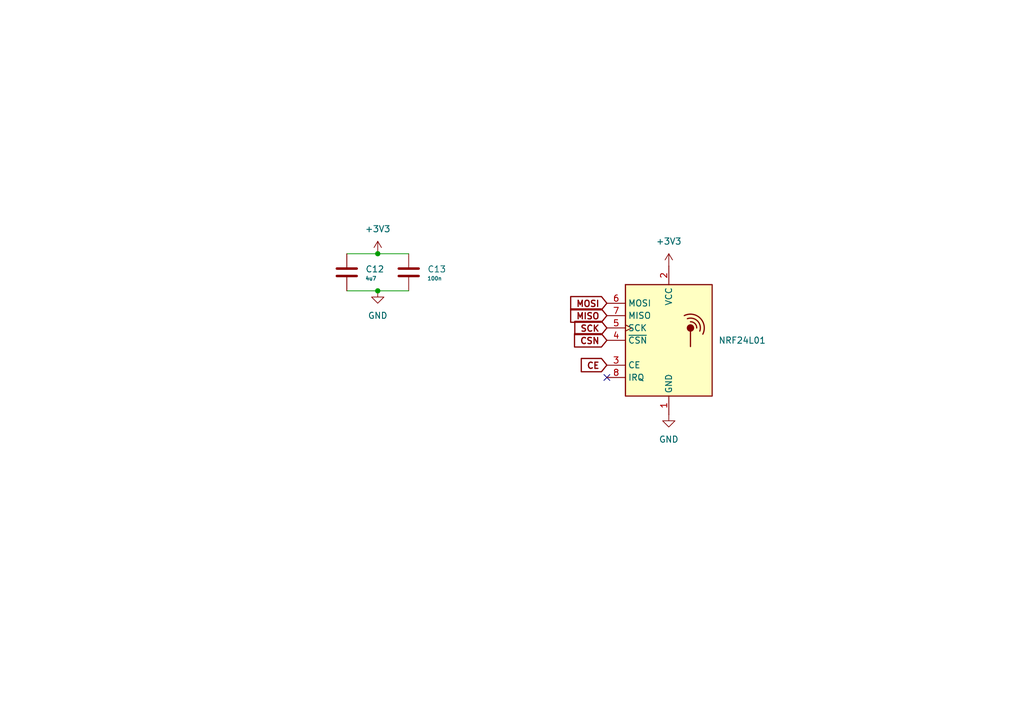
<source format=kicad_sch>
(kicad_sch (version 20250114) (generator "eeschema") (generator_version "9.0")
  (paper "A5")
  (lib_symbols
    (symbol "Device:C" (pin_numbers (hide yes)) (pin_names (offset 0.254))
      (property "Reference" "C" (at 0.635 2.54 0))
      (property "Value" "C" (at 0.635 -2.54 0))
      (symbol "C_0_1"
        (polyline (pts (xy -2.032 0.762) (xy 2.032 0.762)) (stroke (width 0.508)))
        (polyline (pts (xy -2.032 -0.762) (xy 2.032 -0.762)) (stroke (width 0.508)))
      )
      (symbol "C_1_1"
        (pin passive line (at 0 3.81 270) (length 2.794) (name "~") (number "1"))
        (pin passive line (at 0 -3.81 90) (length 2.794) (name "~") (number "2"))
      )
    )
    (symbol "KappyModule:NRF24L01_PA/LNA"
      (symbol "NRF24L01_PA/LNA_0_1"
        (rectangle (start -8.89 12.7) (end 8.89 -10.16) (stroke (width 0.254)) (fill (type background)))
        (arc (start 3.175 6.35) (mid 6.453 5.818) (end 6.985 2.54) (stroke (width 0.254)))
        (circle (center 4.445 3.81) (radius 0.635) (stroke (width 0.254)) (fill (type outline)))
        (polyline (pts (xy 4.445 3.175) (xy 4.445 0)) (stroke (width 0.254)))
        (arc (start 3.81 5.715) (mid 5.8835 5.2485) (end 6.35 3.175) (stroke (width 0.254)))
        (arc (start 4.445 5.08) (mid 5.3558 4.7208) (end 5.715 3.81) (stroke (width 0.254)))
      )
      (symbol "NRF24L01_PA/LNA_1_1"
        (pin input line (at -12.7 8.89 0) (length 3.81) (name "MOSI") (number "6"))
        (pin output line (at -12.7 6.35 0) (length 3.81) (name "MISO") (number "7"))
        (pin input clock (at -12.7 3.81 0) (length 3.81) (name "SCK") (number "5"))
        (pin input line (at -12.7 1.27 0) (length 3.81) (name "~{CSN}") (number "4"))
        (pin input line (at -12.7 -3.81 0) (length 3.81) (name "CE") (number "3"))
        (pin output line (at -12.7 -6.35 0) (length 3.81) (name "IRQ") (number "8"))
        (pin power_in line (at 0 16.51 270) (length 3.81) (name "VCC") (number "2"))
        (pin power_in line (at 0 -13.97 90) (length 3.81) (name "GND") (number "1"))
      )
    )
    (symbol "power:+3V3" (power) (pin_numbers (hide yes)) (pin_names (offset 0) (hide yes))
      (property "Value" "+3V3" (at 0 3.556 0))
      (symbol "+3V3_0_1"
        (polyline (pts (xy -0.762 1.27) (xy 0 2.54)))
        (polyline (pts (xy 0 2.54) (xy 0.762 1.27)))
        (polyline (pts (xy 0 0) (xy 0 2.54)))
      )
      (symbol "+3V3_1_1"
        (pin power_in line (at 0 0 90) (length 0) (name "~") (number "1"))
      )
    )
    (symbol "power:GND" (power) (pin_numbers (hide yes)) (pin_names (offset 0) (hide yes))
      (property "Value" "GND" (at 0 -3.81 0))
      (symbol "GND_0_1"
        (polyline (pts (xy 0 0) (xy 0 -1.27) (xy 1.27 -1.27) (xy 0 -2.54) (xy -1.27 -1.27) (xy 0 -1.27)))
      )
      (symbol "GND_1_1"
        (pin power_in line (at 0 0 270) (length 0) (name "~") (number "1"))
      )
    )
  )
  (junction (at 77.47 59.69))
  (junction (at 77.47 52.07))
  (no_connect (at 124.46 77.47))
  (wire (pts (xy 77.47 59.69) (xy 83.82 59.69)))
  (wire (pts (xy 71.12 52.07) (xy 77.47 52.07)))
  (wire (pts (xy 71.12 59.69) (xy 77.47 59.69)))
  (wire (pts (xy 77.47 52.07) (xy 83.82 52.07)))
  (global_label "MOSI" (shape input) (at 124.46 62.23 180) (effects (font (thickness 0.254) (bold yes))) (property "Intersheetrefs" "${INTERSHEET_REFS}" (effects (hide yes))))
  (global_label "SCK" (shape input) (at 124.46 67.31 180) (effects (font (thickness 0.254) (bold yes))) (property "Intersheetrefs" "${INTERSHEET_REFS}" (effects (hide yes))))
  (global_label "CE" (shape input) (at 124.46 74.93 180) (effects (font (thickness 0.254) (bold yes))) (property "Intersheetrefs" "${INTERSHEET_REFS}" (effects (hide yes))))
  (global_label "CSN" (shape input) (at 124.46 69.85 180) (effects (font (thickness 0.254) (bold yes))) (property "Intersheetrefs" "${INTERSHEET_REFS}" (effects (hide yes))))
  (global_label "MISO" (shape input) (at 124.46 64.77 180) (effects (font (thickness 0.254) (bold yes))) (property "Intersheetrefs" "${INTERSHEET_REFS}" (effects (hide yes))))
  (symbol (lib_id "power:+3V3") (at 77.47 52.07 0) (unit 1)
    (property "Reference" "#PWR019" (effects (hide yes)))
    (property "Value" "+3V3" (at 77.47 46.99 0))
    (property "Description" "Power symbol creates a global label with name \"+3V3\"" (effects (hide yes)))
  )
  (symbol (lib_id "power:+3V3") (at 137.16 54.61 0) (unit 1)
    (property "Reference" "#PWR020" (effects (hide yes)))
    (property "Value" "+3V3" (at 137.16 49.53 0))
    (property "Description" "Power symbol creates a global label with name \"+3V3\"" (effects (hide yes)))
  )
  (symbol (lib_id "Device:C") (at 71.12 55.88 0) (unit 1)
    (property "Reference" "C12" (at 74.93 55.2449 0) (effects (justify left)))
    (property "Value" "4u7" (at 74.93 57.15 0) (effects (font (size 0.762 0.762)) (justify left)))
    (property "Footprint" "Capacitor_SMD:C_0603_1608Metric" (effects (hide yes)))
    (property "Description" "Unpolarized capacitor" (effects (hide yes)))
  )
  (symbol (lib_id "Device:C") (at 83.82 55.88 0) (unit 1)
    (property "Reference" "C13" (at 87.63 55.2449 0) (effects (justify left)))
    (property "Value" "100n" (at 87.63 57.15 0) (effects (font (size 0.762 0.762)) (justify left)))
    (property "Footprint" "Capacitor_SMD:C_0603_1608Metric" (effects (hide yes)))
    (property "Description" "Unpolarized capacitor" (effects (hide yes)))
  )
  (symbol (lib_id "power:GND") (at 77.47 59.69 0) (unit 1)
    (property "Reference" "#PWR021" (effects (hide yes)))
    (property "Value" "GND" (at 77.47 64.77 0))
    (property "Description" "Power symbol creates a global label with name \"GND\" , ground" (effects (hide yes)))
  )
  (symbol (lib_id "power:GND") (at 137.16 85.09 0) (unit 1)
    (property "Reference" "#PWR022" (effects (hide yes)))
    (property "Value" "GND" (at 137.16 90.17 0))
    (property "Description" "Power symbol creates a global label with name \"GND\" , ground" (effects (hide yes)))
  )
  (symbol (lib_id "KappyModule:NRF24L01_PA/LNA") (at 137.16 71.12 0) (unit 1)
    (property "Reference" "U2" (effects (hide yes)))
    (property "Value" "NRF24L01" (at 147.32 69.85 0) (effects (justify left)))
    (property "Footprint" "KappyPhm Module:NRF24L01_PA_LNA" (effects (hide yes)))
  )
)
</source>
